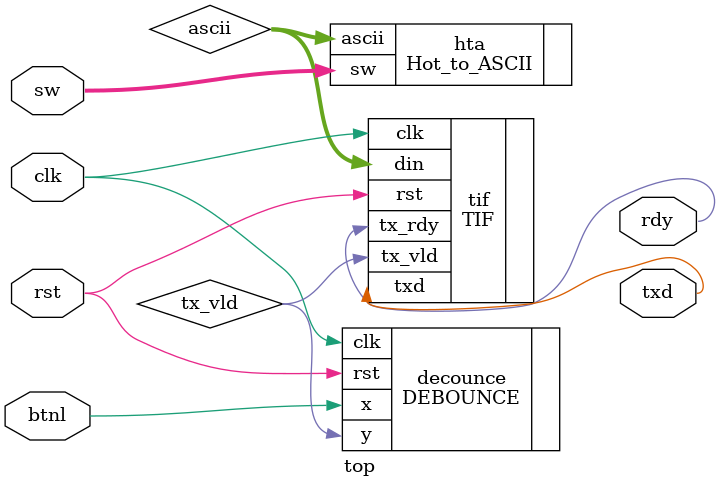
<source format=sv>
module top(
    input [15:0] sw,
    input       rst,
    input       clk,
    input       btnl,//tx_vld
    output      rdy,
    output      txd
);
wire [7:0] ascii;
wire       tx_vld;
Hot_to_ASCII hta(
    .sw(sw),
    .ascii(ascii)
);

DEBOUNCE #(
    .TD_CYCLES(1000000)
)decounce(
    .clk(clk),
    .rst(rst),
    .x(btnl),
    .y(tx_vld)
);

TIF tif(
    .clk(clk),
    .rst(rst),
    .din(ascii),
    .tx_vld(tx_vld),
    .tx_rdy(rdy),
    .txd(txd)
);
endmodule
</source>
